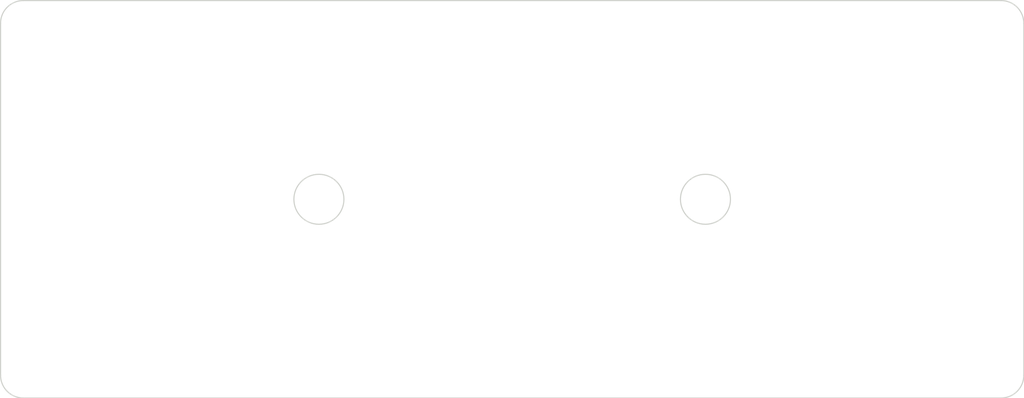
<source format=kicad_pcb>
(kicad_pcb
	(version 20241229)
	(generator "pcbnew")
	(generator_version "9.0")
	(general
		(thickness 2.09)
		(legacy_teardrops no)
	)
	(paper "A4")
	(layers
		(0 "F.Cu" signal)
		(2 "B.Cu" signal)
		(9 "F.Adhes" user "F.Adhesive")
		(11 "B.Adhes" user "B.Adhesive")
		(13 "F.Paste" user)
		(15 "B.Paste" user)
		(5 "F.SilkS" user "F.Silkscreen")
		(7 "B.SilkS" user "B.Silkscreen")
		(1 "F.Mask" user)
		(3 "B.Mask" user)
		(17 "Dwgs.User" user "User.Drawings")
		(19 "Cmts.User" user "User.Comments")
		(21 "Eco1.User" user "User.Eco1")
		(23 "Eco2.User" user "User.Eco2")
		(25 "Edge.Cuts" user)
		(27 "Margin" user)
		(31 "F.CrtYd" user "F.Courtyard")
		(29 "B.CrtYd" user "B.Courtyard")
		(35 "F.Fab" user)
		(33 "B.Fab" user)
		(39 "User.1" user)
		(41 "User.2" user)
		(43 "User.3" user)
		(45 "User.4" user)
	)
	(setup
		(stackup
			(layer "F.SilkS"
				(type "Top Silk Screen")
			)
			(layer "F.Paste"
				(type "Top Solder Paste")
			)
			(layer "F.Mask"
				(type "Top Solder Mask")
				(thickness 0.01)
			)
			(layer "F.Cu"
				(type "copper")
				(thickness 0.035)
			)
			(layer "dielectric 1"
				(type "core")
				(thickness 2)
				(material "FR4")
				(epsilon_r 4.5)
				(loss_tangent 0.02)
			)
			(layer "B.Cu"
				(type "copper")
				(thickness 0.035)
			)
			(layer "B.Mask"
				(type "Bottom Solder Mask")
				(thickness 0.01)
			)
			(layer "B.Paste"
				(type "Bottom Solder Paste")
			)
			(layer "B.SilkS"
				(type "Bottom Silk Screen")
			)
			(copper_finish "None")
			(dielectric_constraints no)
		)
		(pad_to_mask_clearance 0)
		(allow_soldermask_bridges_in_footprints no)
		(tenting front back)
		(grid_origin 60 125)
		(pcbplotparams
			(layerselection 0x00000000_00000000_55555555_5755f5ff)
			(plot_on_all_layers_selection 0x00000000_00000000_00000000_00000000)
			(disableapertmacros no)
			(usegerberextensions no)
			(usegerberattributes yes)
			(usegerberadvancedattributes yes)
			(creategerberjobfile yes)
			(dashed_line_dash_ratio 12.000000)
			(dashed_line_gap_ratio 3.000000)
			(svgprecision 4)
			(plotframeref no)
			(mode 1)
			(useauxorigin no)
			(hpglpennumber 1)
			(hpglpenspeed 20)
			(hpglpendiameter 15.000000)
			(pdf_front_fp_property_popups yes)
			(pdf_back_fp_property_popups yes)
			(pdf_metadata yes)
			(pdf_single_document no)
			(dxfpolygonmode yes)
			(dxfimperialunits yes)
			(dxfusepcbnewfont yes)
			(psnegative no)
			(psa4output no)
			(plot_black_and_white yes)
			(sketchpadsonfab no)
			(plotpadnumbers no)
			(hidednponfab no)
			(sketchdnponfab yes)
			(crossoutdnponfab yes)
			(subtractmaskfromsilk no)
			(outputformat 1)
			(mirror no)
			(drillshape 1)
			(scaleselection 1)
			(outputdirectory "")
		)
	)
	(net 0 "")
	(gr_line
		(start 61 125)
		(end 104 125)
		(stroke
			(width 0.05)
			(type solid)
		)
		(layer "Edge.Cuts")
		(uuid "0deb5379-a441-4fad-b3c0-ec197cbdc4f0")
	)
	(gr_arc
		(start 105 124)
		(mid 104.707107 124.707107)
		(end 104 125)
		(stroke
			(width 0.05)
			(type solid)
		)
		(layer "Edge.Cuts")
		(uuid "33f9fdff-ccca-41ba-8ed1-d5368b3b4e53")
	)
	(gr_circle
		(center 74 116.25)
		(end 75.1 116.25)
		(stroke
			(width 0.05)
			(type solid)
		)
		(fill no)
		(layer "Edge.Cuts")
		(uuid "8247ac13-9514-4ba5-ba6b-35cd7ce8d86b")
	)
	(gr_line
		(start 60 108.5)
		(end 60 124)
		(stroke
			(width 0.05)
			(type solid)
		)
		(layer "Edge.Cuts")
		(uuid "88721cbd-1e22-4141-a877-3bcddbba362c")
	)
	(gr_circle
		(center 91 116.25)
		(end 92.1 116.25)
		(stroke
			(width 0.05)
			(type solid)
		)
		(fill no)
		(layer "Edge.Cuts")
		(uuid "8e88d094-68e9-4d4d-bbb8-0ed3132dcd62")
	)
	(gr_arc
		(start 60 108.5)
		(mid 60.292893 107.792893)
		(end 61 107.5)
		(stroke
			(width 0.05)
			(type solid)
		)
		(layer "Edge.Cuts")
		(uuid "98cdf52d-5d53-4036-817d-a789787a925c")
	)
	(gr_arc
		(start 61 125)
		(mid 60.292893 124.707107)
		(end 60 124)
		(stroke
			(width 0.05)
			(type solid)
		)
		(layer "Edge.Cuts")
		(uuid "a46ec7e3-393e-48f3-8518-feaf84259d6c")
	)
	(gr_line
		(start 105 108.5)
		(end 105 124)
		(stroke
			(width 0.05)
			(type solid)
		)
		(layer "Edge.Cuts")
		(uuid "a5cbcf74-8658-48b6-8b80-fc61431cc516")
	)
	(gr_arc
		(start 104 107.5)
		(mid 104.707107 107.792893)
		(end 105 108.5)
		(stroke
			(width 0.05)
			(type solid)
		)
		(layer "Edge.Cuts")
		(uuid "d13af807-0452-4cae-9c55-719c7981f05e")
	)
	(gr_line
		(start 61 107.5)
		(end 104 107.5)
		(stroke
			(width 0.05)
			(type solid)
		)
		(layer "Edge.Cuts")
		(uuid "d9f99e34-b7d0-41ae-8b51-452ba41904a1")
	)
	(embedded_fonts no)
)

</source>
